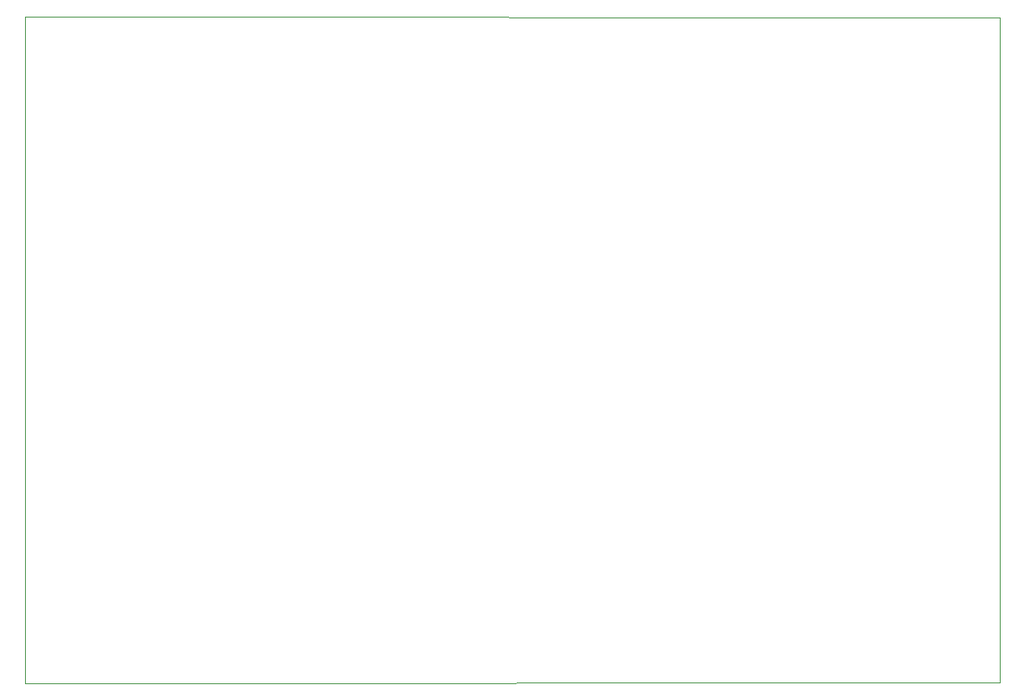
<source format=gbr>
G04 #@! TF.GenerationSoftware,KiCad,Pcbnew,(6.0.0-rc1-dev-1030-g80d50d98b)*
G04 #@! TF.CreationDate,2019-04-03T20:49:05-06:00*
G04 #@! TF.ProjectId,airmed_board_w3.1,6169726D65645F626F6172645F77332E,rev?*
G04 #@! TF.SameCoordinates,Original*
G04 #@! TF.FileFunction,Profile,NP*
%FSLAX46Y46*%
G04 Gerber Fmt 4.6, Leading zero omitted, Abs format (unit mm)*
G04 Created by KiCad (PCBNEW (6.0.0-rc1-dev-1030-g80d50d98b)) date Wednesday, April 03, 2019 at 08:49:05 PM*
%MOMM*%
%LPD*%
G01*
G04 APERTURE LIST*
%ADD10C,0.050000*%
G04 APERTURE END LIST*
D10*
X196321680Y-137459720D02*
X97378520Y-137525760D01*
X196321680Y-69966840D02*
X196321680Y-137459720D01*
X97444560Y-69880480D02*
X196321680Y-69966840D01*
X97378520Y-137525760D02*
X97444560Y-69880480D01*
M02*

</source>
